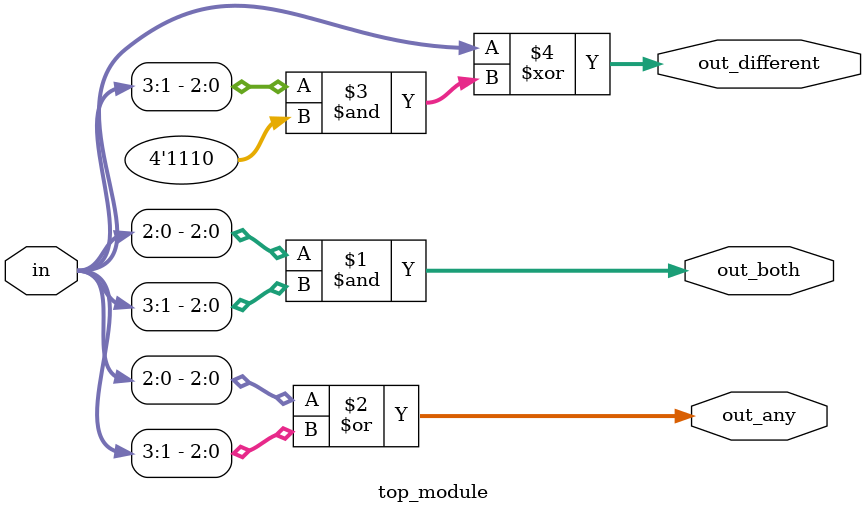
<source format=sv>
module top_module (
    input [3:0] in,
    output [2:0] out_both,
    output [3:1] out_any,
    output [3:0] out_different
);
    // Assign out_both to the result of the bitwise AND operation between in[2:0] and in[3:1]
    assign out_both = in[2:0] & in[3:1];
    
    // Assign out_any to the result of the bitwise OR operation between in[2:0] and in[3:1]
    assign out_any = in[2:0] | in[3:1];
    
    // Assign out_different to the result of the bitwise XOR operation between in[3:1] (except in[0]) and in
    assign out_different = in ^ (in[3:1] & 4'b1110);
endmodule

</source>
